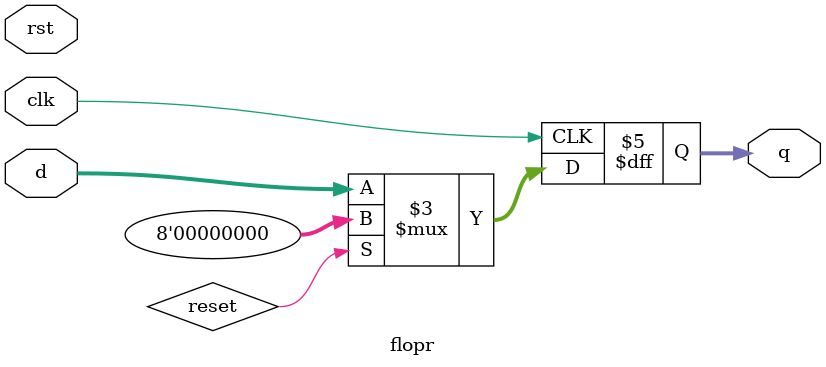
<source format=sv>
module flopr #(parameter WIDTH = 8)
              (input logic clk,rst,
               input logic [WIDTH-1:0] d,
               output logic [WIDTH-1:0] q);

    always_ff @( posedge clk ) begin : flip_flop
        if(reset) q<=0;
        else      q<=d;
    end
endmodule
</source>
